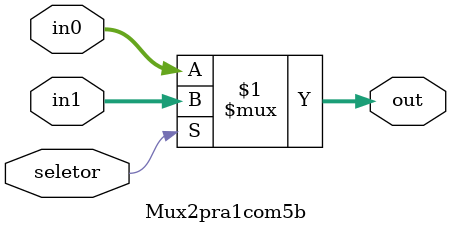
<source format=v>
module Mux2pra1com5b(
    input wire [4:0] in0,    // Entrada 0
    input wire [4:0] in1,    // Entrada 1
    input wire seletor,       // Seletor
    output wire [4:0] out    // Saída
);

    assign out = (seletor) ? in1 : in0;  // Seleciona in0 se seletor = 0 e seleciona in1 se seletor = 1

endmodule
</source>
